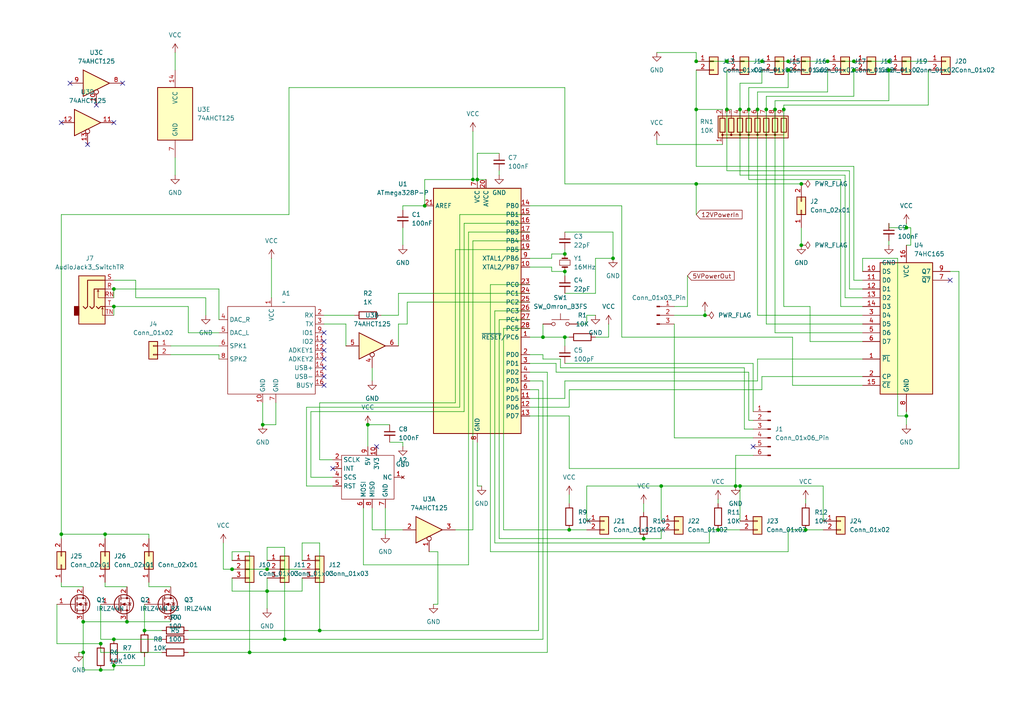
<source format=kicad_sch>
(kicad_sch (version 20231120) (generator "eeschema") (generator_version "8.0")
  (paper "A4")
  (lib_symbols
    (symbol "74xx:74AHCT125" (pin_names (offset 1.016))
      (property "Reference" "U" (at 0 1.27 0))
      (property "Value" "74AHCT125" (at 0 -1.27 0))
      (symbol "74AHCT125_1_0"
        (pin input inverted (at 0 -6.35 90) (length 4.445) (name "~") (number "1"))
        (pin input line (at -7.62 0 0) (length 3.81) (name "~") (number "2"))
        (pin tri_state line (at 7.62 0 180) (length 3.81) (name "~") (number "3"))
      )
      (symbol "74AHCT125_2_0"
        (pin input inverted (at 0 -6.35 90) (length 4.445) (name "~") (number "4"))
        (pin input line (at -7.62 0 0) (length 3.81) (name "~") (number "5"))
        (pin tri_state line (at 7.62 0 180) (length 3.81) (name "~") (number "6"))
      )
      (symbol "74AHCT125_3_0"
        (pin input inverted (at 0 -6.35 90) (length 4.445) (name "~") (number "10"))
        (pin tri_state line (at 7.62 0 180) (length 3.81) (name "~") (number "8"))
        (pin input line (at -7.62 0 0) (length 3.81) (name "~") (number "9"))
      )
      (symbol "74AHCT125_4_0"
        (pin tri_state line (at 7.62 0 180) (length 3.81) (name "~") (number "11"))
        (pin input line (at -7.62 0 0) (length 3.81) (name "~") (number "12"))
        (pin input inverted (at 0 -6.35 90) (length 4.445) (name "~") (number "13"))
      )
      (symbol "74AHCT125_5_0"
        (pin power_in line (at 0 12.7 270) (length 5.08) (name "VCC") (number "14"))
        (pin power_in line (at 0 -12.7 90) (length 5.08) (name "GND") (number "7"))
      )
    )
    (symbol "74xx:74HC165"
      (property "Reference" "U" (at -7.62 19.05 0))
      (property "Value" "74HC165" (at -7.62 -21.59 0))
      (symbol "74HC165_1_0"
        (pin input line (at -12.7 -10.16 0) (length 5.08) (name "~{PL}") (number "1"))
        (pin input line (at -12.7 15.24 0) (length 5.08) (name "DS") (number "10"))
        (pin input line (at -12.7 12.7 0) (length 5.08) (name "D0") (number "11"))
        (pin input line (at -12.7 10.16 0) (length 5.08) (name "D1") (number "12"))
        (pin input line (at -12.7 7.62 0) (length 5.08) (name "D2") (number "13"))
        (pin input line (at -12.7 5.08 0) (length 5.08) (name "D3") (number "14"))
        (pin input line (at -12.7 -17.78 0) (length 5.08) (name "~{CE}") (number "15"))
        (pin power_in line (at 0 22.86 270) (length 5.08) (name "VCC") (number "16"))
        (pin input line (at -12.7 -15.24 0) (length 5.08) (name "CP") (number "2"))
        (pin input line (at -12.7 2.54 0) (length 5.08) (name "D4") (number "3"))
        (pin input line (at -12.7 0 0) (length 5.08) (name "D5") (number "4"))
        (pin input line (at -12.7 -2.54 0) (length 5.08) (name "D6") (number "5"))
        (pin input line (at -12.7 -5.08 0) (length 5.08) (name "D7") (number "6"))
        (pin output line (at 12.7 12.7 180) (length 5.08) (name "~{Q7}") (number "7"))
        (pin power_in line (at 0 -25.4 90) (length 5.08) (name "GND") (number "8"))
        (pin output line (at 12.7 15.24 180) (length 5.08) (name "Q7") (number "9"))
      )
    )
    (symbol "Connector:Conn_01x03_Pin" (pin_names (offset 1.016) hide)
      (property "Reference" "J" (at 0 5.08 0))
      (property "Value" "Conn_01x03_Pin" (at 0 -5.08 0))
      (symbol "Conn_01x03_Pin_1_1"
        (pin passive line (at 5.08 2.54 180) (length 3.81) (name "Pin_1") (number "1"))
        (pin passive line (at 5.08 0 180) (length 3.81) (name "Pin_2") (number "2"))
        (pin passive line (at 5.08 -2.54 180) (length 3.81) (name "Pin_3") (number "3"))
      )
    )
    (symbol "Connector:Conn_01x06_Pin" (pin_names (offset 1.016) hide)
      (property "Reference" "J" (at 0 7.62 0))
      (property "Value" "Conn_01x06_Pin" (at 0 -10.16 0))
      (symbol "Conn_01x06_Pin_1_1"
        (pin passive line (at 5.08 5.08 180) (length 3.81) (name "Pin_1") (number "1"))
        (pin passive line (at 5.08 2.54 180) (length 3.81) (name "Pin_2") (number "2"))
        (pin passive line (at 5.08 0 180) (length 3.81) (name "Pin_3") (number "3"))
        (pin passive line (at 5.08 -2.54 180) (length 3.81) (name "Pin_4") (number "4"))
        (pin passive line (at 5.08 -5.08 180) (length 3.81) (name "Pin_5") (number "5"))
        (pin passive line (at 5.08 -7.62 180) (length 3.81) (name "Pin_6") (number "6"))
      )
    )
    (symbol "Connector_Audio:AudioJack3_SwitchTR"
      (property "Reference" "J" (at 0 8.89 0))
      (property "Value" "AudioJack3_SwitchTR" (at 0 6.35 0))
      (symbol "AudioJack3_SwitchTR_1_1"
        (pin passive line (at 5.08 0 180) (length 2.54) (name "~") (number "R"))
        (pin passive line (at 5.08 -2.54 180) (length 2.54) (name "~") (number "RN"))
        (pin passive line (at 5.08 2.54 180) (length 2.54) (name "~") (number "S"))
        (pin passive line (at 5.08 -5.08 180) (length 2.54) (name "~") (number "T"))
        (pin passive line (at 5.08 -7.62 180) (length 2.54) (name "~") (number "TN"))
      )
    )
    (symbol "Connector_Generic:Conn_01x02" (pin_names (offset 1.016) hide)
      (property "Reference" "J" (at 0 2.54 0))
      (property "Value" "Conn_01x02" (at 0 -5.08 0))
      (symbol "Conn_01x02_1_1"
        (pin passive line (at -5.08 0 0) (length 3.81) (name "Pin_1") (number "1"))
        (pin passive line (at -5.08 -2.54 0) (length 3.81) (name "Pin_2") (number "2"))
      )
    )
    (symbol "Connector_Generic:Conn_01x03" (pin_names (offset 1.016) hide)
      (property "Reference" "J" (at 0 5.08 0))
      (property "Value" "Conn_01x03" (at 0 -5.08 0))
      (symbol "Conn_01x03_1_1"
        (pin passive line (at -5.08 2.54 0) (length 3.81) (name "Pin_1") (number "1"))
        (pin passive line (at -5.08 0 0) (length 3.81) (name "Pin_2") (number "2"))
        (pin passive line (at -5.08 -2.54 0) (length 3.81) (name "Pin_3") (number "3"))
      )
    )
    (symbol "Connector_Generic:Conn_02x01" (pin_names (offset 1.016) hide)
      (property "Reference" "J" (at 1.27 2.54 0))
      (property "Value" "Conn_02x01" (at 1.27 -2.54 0))
      (symbol "Conn_02x01_1_1"
        (pin passive line (at -5.08 0 0) (length 3.81) (name "Pin_1") (number "1"))
        (pin passive line (at 7.62 0 180) (length 3.81) (name "Pin_2") (number "2"))
      )
    )
    (symbol "DFPlayer:DFPlayerMini"
      (property "Reference" "A" (at 0 0 0))
      (symbol "DFPlayerMini_1_1"
        (pin power_in line (at 0 15.24 270) (length 2.54) (name "VCC") (number "1"))
        (pin power_in line (at 2.54 -15.24 90) (length 2.54) (name "GND") (number "10"))
        (pin bidirectional line (at -15.24 2.54 0) (length 2.54) (name "IO2") (number "11"))
        (pin input line (at -15.24 0 0) (length 2.54) (name "ADKEY1") (number "12"))
        (pin input line (at -15.24 -2.54 0) (length 2.54) (name "ADKEY2") (number "13"))
        (pin bidirectional line (at -15.24 -5.08 0) (length 2.54) (name "USB+") (number "14"))
        (pin bidirectional line (at -15.24 -7.62 0) (length 2.54) (name "USB-") (number "15"))
        (pin output line (at -15.24 -10.16 0) (length 2.54) (name "BUSY") (number "16"))
        (pin input line (at -15.24 10.16 0) (length 2.54) (name "RX") (number "2"))
        (pin output line (at -15.24 7.62 0) (length 2.54) (name "TX") (number "3"))
        (pin output line (at 15.24 8.89 180) (length 2.54) (name "DAC_R") (number "4"))
        (pin output line (at 15.24 5.08 180) (length 2.54) (name "DAC_L") (number "5"))
        (pin output line (at 15.24 1.27 180) (length 2.54) (name "SPK1") (number "6"))
        (pin power_in line (at -1.27 -15.24 90) (length 2.54) (name "GND") (number "7"))
        (pin output line (at 15.24 -2.54 180) (length 2.54) (name "SPK2") (number "8"))
        (pin bidirectional line (at -15.24 5.08 0) (length 2.54) (name "IO1") (number "9"))
      )
    )
    (symbol "Device:C_Polarized" (pin_numbers hide) (pin_names (offset 0.254))
      (property "Reference" "C" (at 0.635 2.54 0))
      (property "Value" "C_Polarized" (at 0.635 -2.54 0))
      (symbol "C_Polarized_1_1"
        (pin passive line (at 0 3.81 270) (length 2.794) (name "~") (number "1"))
        (pin passive line (at 0 -3.81 90) (length 2.794) (name "~") (number "2"))
      )
    )
    (symbol "Device:C_Small" (pin_numbers hide) (pin_names (offset 0.254) hide)
      (property "Reference" "C" (at 0.254 1.778 0))
      (property "Value" "C_Small" (at 0.254 -2.032 0))
      (symbol "C_Small_1_1"
        (pin passive line (at 0 2.54 270) (length 2.032) (name "~") (number "1"))
        (pin passive line (at 0 -2.54 90) (length 2.032) (name "~") (number "2"))
      )
    )
    (symbol "Device:Crystal_Small" (pin_numbers hide) (pin_names (offset 1.016) hide)
      (property "Reference" "Y" (at 0 2.54 0))
      (property "Value" "Crystal_Small" (at 0 -2.54 0))
      (symbol "Crystal_Small_1_1"
        (pin passive line (at -2.54 0 0) (length 1.27) (name "1") (number "1"))
        (pin passive line (at 2.54 0 180) (length 1.27) (name "2") (number "2"))
      )
    )
    (symbol "Device:L_Ferrite" (pin_numbers hide) (pin_names (offset 1.016) hide)
      (property "Reference" "L" (at -1.27 0 90))
      (property "Value" "L_Ferrite" (at 2.794 0 90))
      (symbol "L_Ferrite_1_1"
        (pin passive line (at 0 3.81 270) (length 1.27) (name "1") (number "1"))
        (pin passive line (at 0 -3.81 90) (length 1.27) (name "2") (number "2"))
      )
    )
    (symbol "Device:R" (pin_numbers hide) (pin_names (offset 0))
      (property "Reference" "R" (at 2.032 0 90))
      (property "Value" "R" (at 0 0 90))
      (symbol "R_1_1"
        (pin passive line (at 0 3.81 270) (length 1.27) (name "~") (number "1"))
        (pin passive line (at 0 -3.81 90) (length 1.27) (name "~") (number "2"))
      )
    )
    (symbol "Device:R_Network08" (pin_names (offset 0) hide)
      (property "Reference" "RN" (at -12.7 0 90))
      (property "Value" "R_Network08" (at 10.16 0 90))
      (symbol "R_Network08_1_1"
        (pin passive line (at -10.16 5.08 270) (length 2.54) (name "common") (number "1"))
        (pin passive line (at -10.16 -5.08 90) (length 1.27) (name "R1") (number "2"))
        (pin passive line (at -7.62 -5.08 90) (length 1.27) (name "R2") (number "3"))
        (pin passive line (at -5.08 -5.08 90) (length 1.27) (name "R3") (number "4"))
        (pin passive line (at -2.54 -5.08 90) (length 1.27) (name "R4") (number "5"))
        (pin passive line (at 0 -5.08 90) (length 1.27) (name "R5") (number "6"))
        (pin passive line (at 2.54 -5.08 90) (length 1.27) (name "R6") (number "7"))
        (pin passive line (at 5.08 -5.08 90) (length 1.27) (name "R7") (number "8"))
        (pin passive line (at 7.62 -5.08 90) (length 1.27) (name "R8") (number "9"))
      )
    )
    (symbol "Diode:1N5822" (pin_numbers hide) (pin_names (offset 1.016) hide)
      (property "Reference" "D" (at 0 2.54 0))
      (property "Value" "1N5822" (at 0 -2.54 0))
      (symbol "1N5822_1_1"
        (pin passive line (at -3.81 0 0) (length 2.54) (name "K") (number "1"))
        (pin passive line (at 3.81 0 180) (length 2.54) (name "A") (number "2"))
      )
    )
    (symbol "MCU_Microchip_ATmega:ATmega328P-P"
      (property "Reference" "U" (at -12.7 36.83 0))
      (property "Value" "ATmega328P-P" (at 2.54 -36.83 0))
      (symbol "ATmega328P-P_1_1"
        (pin bidirectional line (at 15.24 -7.62 180) (length 2.54) (name "~{RESET}/PC6") (number "1"))
        (pin bidirectional line (at 15.24 12.7 180) (length 2.54) (name "XTAL2/PB7") (number "10"))
        (pin bidirectional line (at 15.24 -25.4 180) (length 2.54) (name "PD5") (number "11"))
        (pin bidirectional line (at 15.24 -27.94 180) (length 2.54) (name "PD6") (number "12"))
        (pin bidirectional line (at 15.24 -30.48 180) (length 2.54) (name "PD7") (number "13"))
        (pin bidirectional line (at 15.24 30.48 180) (length 2.54) (name "PB0") (number "14"))
        (pin bidirectional line (at 15.24 27.94 180) (length 2.54) (name "PB1") (number "15"))
        (pin bidirectional line (at 15.24 25.4 180) (length 2.54) (name "PB2") (number "16"))
        (pin bidirectional line (at 15.24 22.86 180) (length 2.54) (name "PB3") (number "17"))
        (pin bidirectional line (at 15.24 20.32 180) (length 2.54) (name "PB4") (number "18"))
        (pin bidirectional line (at 15.24 17.78 180) (length 2.54) (name "PB5") (number "19"))
        (pin bidirectional line (at 15.24 -12.7 180) (length 2.54) (name "PD0") (number "2"))
        (pin power_in line (at 2.54 38.1 270) (length 2.54) (name "AVCC") (number "20"))
        (pin passive line (at -15.24 30.48 0) (length 2.54) (name "AREF") (number "21"))
        (pin passive line (at 0 -38.1 90) (length 2.54) hide (name "GND") (number "22"))
        (pin bidirectional line (at 15.24 7.62 180) (length 2.54) (name "PC0") (number "23"))
        (pin bidirectional line (at 15.24 5.08 180) (length 2.54) (name "PC1") (number "24"))
        (pin bidirectional line (at 15.24 2.54 180) (length 2.54) (name "PC2") (number "25"))
        (pin bidirectional line (at 15.24 0 180) (length 2.54) (name "PC3") (number "26"))
        (pin bidirectional line (at 15.24 -2.54 180) (length 2.54) (name "PC4") (number "27"))
        (pin bidirectional line (at 15.24 -5.08 180) (length 2.54) (name "PC5") (number "28"))
        (pin bidirectional line (at 15.24 -15.24 180) (length 2.54) (name "PD1") (number "3"))
        (pin bidirectional line (at 15.24 -17.78 180) (length 2.54) (name "PD2") (number "4"))
        (pin bidirectional line (at 15.24 -20.32 180) (length 2.54) (name "PD3") (number "5"))
        (pin bidirectional line (at 15.24 -22.86 180) (length 2.54) (name "PD4") (number "6"))
        (pin power_in line (at 0 38.1 270) (length 2.54) (name "VCC") (number "7"))
        (pin power_in line (at 0 -38.1 90) (length 2.54) (name "GND") (number "8"))
        (pin bidirectional line (at 15.24 15.24 180) (length 2.54) (name "XTAL1/PB6") (number "9"))
      )
    )
    (symbol "Regulator_Switching:LM2596S-5"
      (property "Reference" "U" (at -10.16 6.35 0))
      (property "Value" "LM2596S-5" (at 0 6.35 0))
      (symbol "LM2596S-5_1_1"
        (pin power_in line (at -12.7 2.54 0) (length 2.54) (name "VIN") (number "1"))
        (pin output line (at 12.7 -2.54 180) (length 2.54) (name "OUT") (number "2"))
        (pin power_in line (at 0 -7.62 90) (length 2.54) (name "GND") (number "3"))
        (pin input line (at 12.7 2.54 180) (length 2.54) (name "FB") (number "4"))
        (pin input line (at -12.7 -2.54 0) (length 2.54) (name "~{ON}/OFF") (number "5"))
      )
    )
    (symbol "Switch:SW_Omron_B3FS" (pin_numbers hide) (pin_names (offset 1.016) hide)
      (property "Reference" "SW" (at 1.27 2.54 0))
      (property "Value" "SW_Omron_B3FS" (at 0 -1.524 0))
      (symbol "SW_Omron_B3FS_0_1"
        (pin passive line (at -5.08 0 0) (length 2.54) (name "1") (number "1"))
        (pin passive line (at 5.08 0 180) (length 2.54) (name "2") (number "2"))
      )
    )
    (symbol "Transistor_FET:IRLZ44N" (pin_names hide)
      (property "Reference" "Q" (at 5.08 1.905 0))
      (property "Value" "IRLZ44N" (at 5.08 0 0))
      (symbol "IRLZ44N_1_1"
        (pin input line (at -5.08 0 0) (length 2.54) (name "G") (number "1"))
        (pin passive line (at 2.54 5.08 270) (length 2.54) (name "D") (number "2"))
        (pin passive line (at 2.54 -5.08 90) (length 2.54) (name "S") (number "3"))
      )
    )
    (symbol "Wiznet:W5500Module"
      (property "Reference" "A" (at 0 0 0))
      (symbol "W5500Module_1_1"
        (pin no_connect line (at 10.16 0 180) (length 2.54) (name "NC") (number "1"))
        (pin power_in line (at 2.54 8.89 270) (length 2.54) (name "3V3") (number "10"))
        (pin input line (at -10.16 5.08 0) (length 2.54) (name "SCLK") (number "2"))
        (pin output line (at -10.16 2.54 0) (length 2.54) (name "INT") (number "3"))
        (pin input line (at -10.16 0 0) (length 2.54) (name "SCS") (number "4"))
        (pin input line (at -10.16 -2.54 0) (length 2.54) (name "RST") (number "5"))
        (pin input line (at -1.27 -8.89 90) (length 2.54) (name "MOSI") (number "6"))
        (pin power_in line (at 5.08 -8.89 90) (length 2.54) (name "GND") (number "7"))
        (pin output line (at 1.27 -8.89 90) (length 2.54) (name "MISO") (number "8"))
        (pin power_in line (at 0 8.89 270) (length 2.54) (name "5V") (number "9"))
      )
    )
    (symbol "power:GND" (power) (pin_numbers hide) (pin_names (offset 0) hide)
      (property "Value" "GND" (at 0 -3.81 0))
      (symbol "GND_1_1"
        (pin power_in line (at 0 0 270) (length 0) (name "~") (number "1"))
      )
    )
    (symbol "power:PWR_FLAG" (power) (pin_numbers hide) (pin_names (offset 0) hide)
      (property "Value" "PWR_FLAG" (at 0 3.81 0))
      (symbol "PWR_FLAG_0_0"
        (pin power_out line (at 0 0 90) (length 0) (name "~") (number "1"))
      )
    )
    (symbol "power:VCC" (power) (pin_numbers hide) (pin_names (offset 0) hide)
      (property "Value" "VCC" (at 0 3.556 0))
      (symbol "VCC_1_1"
        (pin power_in line (at 0 0 90) (length 0) (name "~") (number "1"))
      )
    )
  )
  (junction (at 24.13 180.34))
  (junction (at 80.01 242.57))
  (junction (at 30.48 154.94))
  (junction (at 163.83 78.74))
  (junction (at 137.16 52.07))
  (junction (at 213.36 140.97))
  (junction (at 217.17 31.75))
  (junction (at 33.02 193.04))
  (junction (at 177.8 74.93))
  (junction (at 262.89 120.65))
  (junction (at 33.02 83.82))
  (junction (at 33.02 88.9))
  (junction (at 67.31 165.1))
  (junction (at 232.41 71.12))
  (junction (at 247.65 17.78))
  (junction (at 29.21 186.69))
  (junction (at 210.82 17.78))
  (junction (at 186.69 156.21))
  (junction (at 41.91 182.88))
  (junction (at 191.77 140.97))
  (junction (at 247.65 20.32))
  (junction (at 233.68 153.67))
  (junction (at 77.47 171.45))
  (junction (at 77.47 165.1))
  (junction (at 222.25 31.75))
  (junction (at 232.41 53.34))
  (junction (at 92.71 182.88))
  (junction (at 146.05 247.65))
  (junction (at 201.93 31.75))
  (junction (at 208.28 153.67))
  (junction (at 201.93 17.78))
  (junction (at 82.55 185.42))
  (junction (at 24.13 189.23))
  (junction (at 33.02 185.42))
  (junction (at 228.6 20.32))
  (junction (at 72.39 189.23))
  (junction (at 219.71 31.75))
  (junction (at 227.33 31.75))
  (junction (at 157.48 97.79))
  (junction (at 214.63 31.75))
  (junction (at 180.34 247.65))
  (junction (at 163.83 73.66))
  (junction (at 36.83 180.34))
  (junction (at 29.21 194.31))
  (junction (at 262.89 66.04))
  (junction (at 228.6 17.78))
  (junction (at 240.03 17.78))
  (junction (at 106.68 123.19))
  (junction (at 220.98 17.78))
  (junction (at 214.63 140.97))
  (junction (at 201.93 53.34))
  (junction (at 123.19 59.69))
  (junction (at 17.78 154.94))
  (junction (at 165.1 153.67))
  (junction (at 257.81 20.32))
  (junction (at 210.82 31.75))
  (junction (at 163.83 97.79))
  (junction (at 224.79 31.75))
  (junction (at 257.81 17.78))
  (junction (at 76.2 123.19))
  (junction (at 204.47 91.44))
  (junction (at 138.43 52.07))
  (no_connect (at 93.98 96.52))
  (no_connect (at 93.98 104.14))
  (no_connect (at 17.78 35.56))
  (no_connect (at 109.22 129.54))
  (no_connect (at 20.32 24.13))
  (no_connect (at 93.98 106.68))
  (no_connect (at 93.98 99.06))
  (no_connect (at 93.98 101.6))
  (no_connect (at 25.4 41.91))
  (no_connect (at 93.98 109.22))
  (no_connect (at 93.98 111.76))
  (no_connect (at 33.02 35.56))
  (no_connect (at 35.56 24.13))
  (no_connect (at 218.44 129.54))
  (no_connect (at 275.59 81.28))
  (no_connect (at 96.52 135.89))
  (no_connect (at 27.94 30.48))
  (wire (pts (xy 135.89 67.31) (xy 135.89 163.83)))
  (wire (pts (xy 153.67 74.93) (xy 160.02 74.93)))
  (wire (pts (xy 163.83 67.31) (xy 177.8 67.31)))
  (wire (pts (xy 133.35 118.11) (xy 88.9 118.11)))
  (wire (pts (xy 142.24 160.02) (xy 142.24 82.55)))
  (wire (pts (xy 163.83 105.41) (xy 218.44 105.41)))
  (wire (pts (xy 29.21 194.31) (xy 24.13 194.31)))
  (wire (pts (xy 201.93 20.32) (xy 201.93 31.75)))
  (wire (pts (xy 88.9 118.11) (xy 88.9 140.97)))
  (wire (pts (xy 214.63 24.13) (xy 214.63 31.75)))
  (wire (pts (xy 90.17 119.38) (xy 90.17 138.43)))
  (wire (pts (xy 250.19 104.14) (xy 219.71 104.14)))
  (wire (pts (xy 77.47 165.1) (xy 87.63 165.1)))
  (wire (pts (xy 142.24 82.55) (xy 153.67 82.55)))
  (wire (pts (xy 24.13 189.23) (xy 22.86 189.23)))
  (wire (pts (xy 269.24 30.48) (xy 269.24 20.32)))
  (wire (pts (xy 205.74 153.67) (xy 205.74 157.48)))
  (wire (pts (xy 219.71 31.75) (xy 219.71 91.44)))
  (wire (pts (xy 153.67 97.79) (xy 157.48 97.79)))
  (wire (pts (xy 180.34 97.79) (xy 180.34 59.69)))
  (wire (pts (xy 214.63 151.13) (xy 214.63 140.97)))
  (wire (pts (xy 54.61 96.52) (xy 63.5 96.52)))
  (wire (pts (xy 217.17 121.92) (xy 218.44 121.92)))
  (wire (pts (xy 201.93 53.34) (xy 232.41 53.34)))
  (wire (pts (xy 77.47 158.75) (xy 82.55 158.75)))
  (wire (pts (xy 106.68 123.19) (xy 106.68 129.54)))
  (wire (pts (xy 41.91 182.88) (xy 41.91 175.26)))
  (wire (pts (xy 262.89 119.38) (xy 262.89 120.65)))
  (wire (pts (xy 41.91 182.88) (xy 46.99 182.88)))
  (wire (pts (xy 116.84 59.69) (xy 116.84 60.96)))
  (wire (pts (xy 228.6 160.02) (xy 142.24 160.02)))
  (wire (pts (xy 74.93 242.57) (xy 80.01 242.57)))
  (wire (pts (xy 259.08 20.32) (xy 257.81 20.32)))
  (wire (pts (xy 238.76 151.13) (xy 238.76 140.97)))
  (wire (pts (xy 123.19 52.07) (xy 123.19 59.69)))
  (wire (pts (xy 87.63 167.64) (xy 87.63 171.45)))
  (wire (pts (xy 250.19 74.93) (xy 260.35 74.93)))
  (wire (pts (xy 43.18 168.91) (xy 43.18 170.18)))
  (wire (pts (xy 83.82 62.23) (xy 17.78 62.23)))
  (wire (pts (xy 228.6 153.67) (xy 228.6 160.02)))
  (wire (pts (xy 118.11 87.63) (xy 153.67 87.63)))
  (wire (pts (xy 208.28 144.78) (xy 208.28 146.05)))
  (wire (pts (xy 77.47 162.56) (xy 77.47 158.75)))
  (wire (pts (xy 43.18 154.94) (xy 43.18 156.21)))
  (wire (pts (xy 110.49 91.44) (xy 115.57 91.44)))
  (wire (pts (xy 220.98 17.78) (xy 228.6 17.78)))
  (wire (pts (xy 170.18 91.44) (xy 172.72 91.44)))
  (wire (pts (xy 134.62 64.77) (xy 134.62 119.38)))
  (wire (pts (xy 93.98 91.44) (xy 102.87 91.44)))
  (wire (pts (xy 214.63 153.67) (xy 208.28 153.67)))
  (wire (pts (xy 227.33 30.48) (xy 269.24 30.48)))
  (wire (pts (xy 36.83 180.34) (xy 49.53 180.34)))
  (wire (pts (xy 132.08 116.84) (xy 92.71 116.84)))
  (wire (pts (xy 156.21 113.03) (xy 156.21 182.88)))
  (wire (pts (xy 116.84 128.27) (xy 116.84 129.54)))
  (wire (pts (xy 222.25 93.98) (xy 250.19 93.98)))
  (wire (pts (xy 262.89 120.65) (xy 262.89 123.19)))
  (wire (pts (xy 172.72 85.09) (xy 172.72 74.93)))
  (wire (pts (xy 82.55 158.75) (xy 82.55 185.42)))
  (wire (pts (xy 224.79 31.75) (xy 224.79 96.52)))
  (wire (pts (xy 165.1 153.67) (xy 146.05 153.67)))
  (wire (pts (xy 133.35 62.23) (xy 133.35 118.11)))
  (wire (pts (xy 54.61 88.9) (xy 54.61 96.52)))
  (wire (pts (xy 215.9 106.68) (xy 162.56 106.68)))
  (wire (pts (xy 165.1 120.65) (xy 153.67 120.65)))
  (wire (pts (xy 245.11 86.36) (xy 250.19 86.36)))
  (wire (pts (xy 92.71 157.48) (xy 92.71 182.88)))
  (wire (pts (xy 246.38 49.53) (xy 246.38 83.82)))
  (wire (pts (xy 167.64 93.98) (xy 170.18 93.98)))
  (wire (pts (xy 218.44 132.08) (xy 213.36 132.08)))
  (wire (pts (xy 160.02 74.93) (xy 160.02 73.66)))
  (wire (pts (xy 264.16 71.12) (xy 262.89 71.12)))
  (wire (pts (xy 180.34 255.27) (xy 180.34 265.43)))
  (wire (pts (xy 220.98 109.22) (xy 220.98 113.03)))
  (wire (pts (xy 213.36 132.08) (xy 213.36 140.97)))
  (wire (pts (xy 201.93 53.34) (xy 201.93 62.23)))
  (wire (pts (xy 144.78 49.53) (xy 144.78 50.8)))
  (wire (pts (xy 33.02 88.9) (xy 33.02 91.44)))
  (wire (pts (xy 107.95 106.68) (xy 107.95 110.49)))
  (wire (pts (xy 240.03 20.32) (xy 240.03 26.67)))
  (wire (pts (xy 163.83 110.49) (xy 163.83 115.57)))
  (wire (pts (xy 33.02 88.9) (xy 54.61 88.9)))
  (wire (pts (xy 100.33 93.98) (xy 100.33 100.33)))
  (wire (pts (xy 87.63 162.56) (xy 87.63 157.48)))
  (wire (pts (xy 82.55 185.42) (xy 157.48 185.42)))
  (wire (pts (xy 29.21 186.69) (xy 16.51 186.69)))
  (wire (pts (xy 247.65 17.78) (xy 257.81 17.78)))
  (wire (pts (xy 245.11 50.8) (xy 245.11 86.36)))
  (wire (pts (xy 233.68 144.78) (xy 233.68 146.05)))
  (wire (pts (xy 67.31 160.02) (xy 72.39 160.02)))
  (wire (pts (xy 243.84 52.07) (xy 243.84 88.9)))
  (wire (pts (xy 201.93 48.26) (xy 247.65 48.26)))
  (wire (pts (xy 24.13 180.34) (xy 24.13 189.23)))
  (wire (pts (xy 219.71 104.14) (xy 219.71 110.49)))
  (wire (pts (xy 170.18 93.98) (xy 170.18 91.44)))
  (wire (pts (xy 87.63 157.48) (xy 92.71 157.48)))
  (wire (pts (xy 144.78 156.21) (xy 144.78 92.71)))
  (wire (pts (xy 67.31 167.64) (xy 67.31 171.45)))
  (wire (pts (xy 163.83 97.79) (xy 165.1 97.79)))
  (wire (pts (xy 106.68 123.19) (xy 113.03 123.19)))
  (wire (pts (xy 229.87 111.76) (xy 229.87 97.79)))
  (wire (pts (xy 93.98 93.98) (xy 100.33 93.98)))
  (wire (pts (xy 201.93 31.75) (xy 201.93 48.26)))
  (wire (pts (xy 127 160.02) (xy 127 175.26)))
  (wire (pts (xy 199.39 80.01) (xy 199.39 88.9)))
  (wire (pts (xy 138.43 140.97) (xy 139.7 140.97)))
  (wire (pts (xy 213.36 140.97) (xy 214.63 140.97)))
  (wire (pts (xy 158.75 107.95) (xy 158.75 189.23)))
  (wire (pts (xy 165.1 143.51) (xy 165.1 146.05)))
  (wire (pts (xy 157.48 93.98) (xy 157.48 97.79)))
  (wire (pts (xy 163.83 78.74) (xy 163.83 80.01)))
  (wire (pts (xy 144.78 92.71) (xy 153.67 92.71)))
  (wire (pts (xy 80.01 242.57) (xy 80.01 254)))
  (wire (pts (xy 146.05 153.67) (xy 146.05 95.25)))
  (wire (pts (xy 123.19 52.07) (xy 137.16 52.07)))
  (wire (pts (xy 123.19 59.69) (xy 116.84 59.69)))
  (wire (pts (xy 105.41 147.32) (xy 105.41 163.83)))
  (wire (pts (xy 214.63 50.8) (xy 245.11 50.8)))
  (wire (pts (xy 240.03 26.67) (xy 219.71 26.67)))
  (wire (pts (xy 215.9 124.46) (xy 215.9 106.68)))
  (wire (pts (xy 17.78 170.18) (xy 24.13 170.18)))
  (wire (pts (xy 127 175.26) (xy 125.73 175.26)))
  (wire (pts (xy 227.33 31.75) (xy 227.33 30.48)))
  (wire (pts (xy 165.1 135.89) (xy 278.13 135.89)))
  (wire (pts (xy 157.48 185.42) (xy 157.48 110.49)))
  (wire (pts (xy 165.1 135.89) (xy 165.1 120.65)))
  (wire (pts (xy 125.73 252.73) (xy 125.73 260.35)))
  (wire (pts (xy 33.02 185.42) (xy 46.99 185.42)))
  (wire (pts (xy 143.51 90.17) (xy 153.67 90.17)))
  (wire (pts (xy 137.16 52.07) (xy 138.43 52.07)))
  (wire (pts (xy 201.93 15.24) (xy 201.93 17.78)))
  (wire (pts (xy 190.5 41.91) (xy 190.5 40.64)))
  (wire (pts (xy 163.83 72.39) (xy 163.83 73.66)))
  (wire (pts (xy 33.02 83.82) (xy 33.02 86.36)))
  (wire (pts (xy 80.01 123.19) (xy 80.01 116.84)))
  (wire (pts (xy 170.18 140.97) (xy 191.77 140.97)))
  (wire (pts (xy 218.44 127) (xy 195.58 127)))
  (wire (pts (xy 233.68 153.67) (xy 228.6 153.67)))
  (wire (pts (xy 29.21 189.23) (xy 29.21 186.69)))
  (wire (pts (xy 29.21 194.31) (xy 33.02 194.31)))
  (wire (pts (xy 59.69 91.44) (xy 59.69 86.36)))
  (wire (pts (xy 227.33 88.9) (xy 234.95 88.9)))
  (wire (pts (xy 138.43 52.07) (xy 140.97 52.07)))
  (wire (pts (xy 275.59 78.74) (xy 278.13 78.74)))
  (wire (pts (xy 210.82 17.78) (xy 220.98 17.78)))
  (wire (pts (xy 146.05 247.65) (xy 146.05 254)))
  (wire (pts (xy 195.58 91.44) (xy 204.47 91.44)))
  (wire (pts (xy 214.63 140.97) (xy 238.76 140.97)))
  (wire (pts (xy 17.78 62.23) (xy 17.78 154.94)))
  (wire (pts (xy 250.19 78.74) (xy 250.19 74.93)))
  (wire (pts (xy 247.65 27.94) (xy 222.25 27.94)))
  (wire (pts (xy 227.33 31.75) (xy 227.33 88.9)))
  (wire (pts (xy 138.43 242.57) (xy 180.34 242.57)))
  (wire (pts (xy 247.65 48.26) (xy 247.65 81.28)))
  (wire (pts (xy 83.82 25.4) (xy 83.82 62.23)))
  (wire (pts (xy 64.77 157.48) (xy 64.77 165.1)))
  (wire (pts (xy 63.5 102.87) (xy 63.5 104.14)))
  (wire (pts (xy 163.83 97.79) (xy 163.83 100.33)))
  (wire (pts (xy 72.39 160.02) (xy 72.39 189.23)))
  (wire (pts (xy 33.02 194.31) (xy 33.02 193.04)))
  (wire (pts (xy 257.81 20.32) (xy 257.81 29.21)))
  (wire (pts (xy 180.34 247.65) (xy 195.58 247.65)))
  (wire (pts (xy 30.48 154.94) (xy 30.48 156.21)))
  (wire (pts (xy 214.63 31.75) (xy 214.63 50.8)))
  (wire (pts (xy 191.77 153.67) (xy 191.77 156.21)))
  (wire (pts (xy 134.62 119.38) (xy 90.17 119.38)))
  (wire (pts (xy 177.8 74.93) (xy 177.8 67.31)))
  (wire (pts (xy 76.2 116.84) (xy 76.2 123.19)))
  (wire (pts (xy 191.77 140.97) (xy 191.77 151.13)))
  (wire (pts (xy 115.57 93.98) (xy 118.11 93.98)))
  (wire (pts (xy 201.93 17.78) (xy 210.82 17.78)))
  (wire (pts (xy 162.56 104.14) (xy 157.48 104.14)))
  (wire (pts (xy 231.14 20.32) (xy 228.6 20.32)))
  (wire (pts (xy 39.37 81.28) (xy 33.02 81.28)))
  (wire (pts (xy 186.69 156.21) (xy 144.78 156.21)))
  (wire (pts (xy 76.2 123.19) (xy 80.01 123.19)))
  (wire (pts (xy 146.05 95.25) (xy 153.67 95.25)))
  (wire (pts (xy 41.91 193.04) (xy 41.91 190.5)))
  (wire (pts (xy 144.78 44.45) (xy 138.43 44.45)))
  (wire (pts (xy 17.78 154.94) (xy 30.48 154.94)))
  (wire (pts (xy 172.72 74.93) (xy 177.8 74.93)))
  (wire (pts (xy 138.43 44.45) (xy 138.43 52.07)))
  (wire (pts (xy 264.16 66.04) (xy 264.16 71.12)))
  (wire (pts (xy 138.43 247.65) (xy 146.05 247.65)))
  (wire (pts (xy 153.67 107.95) (xy 158.75 107.95)))
  (wire (pts (xy 210.82 49.53) (xy 246.38 49.53)))
  (wire (pts (xy 54.61 189.23) (xy 72.39 189.23)))
  (wire (pts (xy 43.18 170.18) (xy 49.53 170.18)))
  (wire (pts (xy 153.67 102.87) (xy 157.48 102.87)))
  (wire (pts (xy 54.61 185.42) (xy 82.55 185.42)))
  (wire (pts (xy 33.02 193.04) (xy 41.91 193.04)))
  (wire (pts (xy 163.83 53.34) (xy 163.83 25.4)))
  (wire (pts (xy 113.03 247.65) (xy 113.03 261.62)))
  (wire (pts (xy 210.82 31.75) (xy 212.09 31.75)))
  (wire (pts (xy 137.16 38.1) (xy 137.16 52.07)))
  (wire (pts (xy 222.25 31.75) (xy 222.25 93.98)))
  (wire (pts (xy 262.89 66.04) (xy 257.81 66.04)))
  (wire (pts (xy 160.02 73.66) (xy 163.83 73.66)))
  (wire (pts (xy 24.13 180.34) (xy 36.83 180.34)))
  (wire (pts (xy 153.67 85.09) (xy 115.57 85.09)))
  (wire (pts (xy 153.67 72.39) (xy 132.08 72.39)))
  (wire (pts (xy 161.29 105.41) (xy 161.29 107.95)))
  (wire (pts (xy 107.95 153.67) (xy 116.84 153.67)))
  (wire (pts (xy 105.41 163.83) (xy 135.89 163.83)))
  (wire (pts (xy 199.39 88.9) (xy 195.58 88.9)))
  (wire (pts (xy 146.05 247.65) (xy 153.67 247.65)))
  (wire (pts (xy 24.13 194.31) (xy 24.13 189.23)))
  (wire (pts (xy 77.47 167.64) (xy 77.47 171.45)))
  (wire (pts (xy 67.31 162.56) (xy 67.31 160.02)))
  (wire (pts (xy 278.13 78.74) (xy 278.13 135.89)))
  (wire (pts (xy 137.16 69.85) (xy 137.16 153.67)))
  (wire (pts (xy 176.53 93.98) (xy 176.53 97.79)))
  (wire (pts (xy 39.37 86.36) (xy 39.37 81.28)))
  (wire (pts (xy 132.08 72.39) (xy 132.08 116.84)))
  (wire (pts (xy 170.18 151.13) (xy 170.18 140.97)))
  (wire (pts (xy 228.6 25.4) (xy 217.17 25.4)))
  (wire (pts (xy 153.67 105.41) (xy 161.29 105.41)))
  (wire (pts (xy 92.71 133.35) (xy 96.52 133.35)))
  (wire (pts (xy 54.61 182.88) (xy 92.71 182.88)))
  (wire (pts (xy 224.79 29.21) (xy 257.81 29.21)))
  (wire (pts (xy 17.78 156.21) (xy 17.78 154.94)))
  (wire (pts (xy 191.77 140.97) (xy 213.36 140.97)))
  (wire (pts (xy 229.87 97.79) (xy 180.34 97.79)))
  (wire (pts (xy 153.67 62.23) (xy 133.35 62.23)))
  (wire (pts (xy 257.81 69.85) (xy 257.81 71.12)))
  (wire (pts (xy 115.57 100.33) (xy 115.57 93.98)))
  (wire (pts (xy 217.17 25.4) (xy 217.17 31.75)))
  (wire (pts (xy 30.48 154.94) (xy 43.18 154.94)))
  (wire (pts (xy 204.47 91.44) (xy 204.47 90.17)))
  (wire (pts (xy 153.67 69.85) (xy 137.16 69.85)))
  (wire (pts (xy 161.29 247.65) (xy 180.34 247.65)))
  (wire (pts (xy 157.48 110.49) (xy 153.67 110.49)))
  (wire (pts (xy 170.18 153.67) (xy 165.1 153.67)))
  (wire (pts (xy 107.95 153.67) (xy 107.95 147.32)))
  (wire (pts (xy 29.21 189.23) (xy 46.99 189.23)))
  (wire (pts (xy 234.95 88.9) (xy 234.95 99.06)))
  (wire (pts (xy 165.1 113.03) (xy 165.1 118.11)))
  (wire (pts (xy 180.34 242.57) (xy 180.34 247.65)))
  (wire (pts (xy 210.82 31.75) (xy 210.82 49.53)))
  (wire (pts (xy 17.78 168.91) (xy 17.78 170.18)))
  (wire (pts (xy 158.75 189.23) (xy 72.39 189.23)))
  (wire (pts (xy 146.05 261.62) (xy 146.05 267.97)))
  (wire (pts (xy 80.01 242.57) (xy 113.03 242.57)))
  (wire (pts (xy 39.37 86.36) (xy 59.69 86.36)))
  (wire (pts (xy 218.44 105.41) (xy 218.44 119.38)))
  (wire (pts (xy 77.47 171.45) (xy 87.63 171.45)))
  (wire (pts (xy 217.17 107.95) (xy 217.17 121.92)))
  (wire (pts (xy 124.46 160.02) (xy 127 160.02)))
  (wire (pts (xy 113.03 128.27) (xy 116.84 128.27)))
  (wire (pts (xy 250.19 109.22) (xy 220.98 109.22)))
  (wire (pts (xy 67.31 165.1) (xy 77.47 165.1)))
  (wire (pts (xy 30.48 168.91) (xy 30.48 170.18)))
  (wire (pts (xy 228.6 20.32) (xy 228.6 25.4)))
  (wire (pts (xy 238.76 153.67) (xy 233.68 153.67)))
  (wire (pts (xy 222.25 27.94) (xy 222.25 31.75)))
  (wire (pts (xy 16.51 186.69) (xy 16.51 175.26)))
  (wire (pts (xy 195.58 127) (xy 195.58 93.98)))
  (wire (pts (xy 209.55 41.91) (xy 190.5 41.91)))
  (wire (pts (xy 232.41 66.04) (xy 232.41 71.12)))
  (wire (pts (xy 220.98 24.13) (xy 214.63 24.13)))
  (wire (pts (xy 229.87 111.76) (xy 250.19 111.76)))
  (wire (pts (xy 257.81 17.78) (xy 269.24 17.78)))
  (wire (pts (xy 186.69 146.05) (xy 186.69 148.59)))
  (wire (pts (xy 30.48 170.18) (xy 36.83 170.18)))
  (wire (pts (xy 219.71 110.49) (xy 163.83 110.49)))
  (wire (pts (xy 77.47 171.45) (xy 77.47 176.53)))
  (wire (pts (xy 132.08 153.67) (xy 137.16 153.67)))
  (wire (pts (xy 163.83 25.4) (xy 83.82 25.4)))
  (wire (pts (xy 111.76 147.32) (xy 111.76 154.94)))
  (wire (pts (xy 49.53 100.33) (xy 63.5 100.33)))
  (wire (pts (xy 260.35 120.65) (xy 262.89 120.65)))
  (wire (pts (xy 217.17 31.75) (xy 217.17 52.07)))
  (wire (pts (xy 247.65 81.28) (xy 250.19 81.28)))
  (wire (pts (xy 161.29 107.95) (xy 217.17 107.95)))
  (wire (pts (xy 50.8 15.24) (xy 50.8 20.32)))
  (wire (pts (xy 163.83 85.09) (xy 172.72 85.09)))
  (wire (pts (xy 205.74 157.48) (xy 143.51 157.48)))
  (wire (pts (xy 50.8 45.72) (xy 50.8 50.8)))
  (wire (pts (xy 218.44 124.46) (xy 215.9 124.46)))
  (wire (pts (xy 220.98 113.03) (xy 165.1 113.03)))
  (wire (pts (xy 163.83 78.74) (xy 160.02 78.74)))
  (wire (pts (xy 224.79 31.75) (xy 224.79 29.21)))
  (wire (pts (xy 92.71 116.84) (xy 92.71 133.35)))
  (wire (pts (xy 29.21 185.42) (xy 33.02 185.42)))
  (wire (pts (xy 88.9 140.97) (xy 96.52 140.97)))
  (wire (pts (xy 118.11 93.98) (xy 118.11 87.63)))
  (wire (pts (xy 49.53 102.87) (xy 63.5 102.87)))
  (wire (pts (xy 160.02 78.74) (xy 160.02 77.47)))
  (wire (pts (xy 176.53 97.79) (xy 172.72 97.79)))
  (wire (pts (xy 260.35 74.93) (xy 260.35 120.65)))
  (wire (pts (xy 228.6 17.78) (xy 240.03 17.78)))
  (wire (pts (xy 153.67 64.77) (xy 134.62 64.77)))
  (wire (pts (xy 210.82 20.32) (xy 210.82 31.75)))
  (wire (pts (xy 157.48 104.14) (xy 157.48 102.87)))
  (wire (pts (xy 157.48 97.79) (xy 163.83 97.79)))
  (wire (pts (xy 162.56 106.68) (xy 162.56 104.14)))
  (wire (pts (xy 29.21 175.26) (xy 29.21 185.42)))
  (wire (pts (xy 243.84 88.9) (xy 250.19 88.9)))
  (wire (pts (xy 208.28 153.67) (xy 205.74 153.67)))
  (wire (pts (xy 219.71 26.67) (xy 219.71 31.75)))
  (wire (pts (xy 153.67 67.31) (xy 135.89 67.31)))
  (wire (pts (xy 220.98 20.32) (xy 220.98 24.13)))
  (wire (pts (xy 257.81 66.04) (xy 257.81 64.77)))
  (wire (pts (xy 217.17 52.07) (xy 243.84 52.07)))
  (wire (pts (xy 78.74 74.93) (xy 78.74 86.36)))
  (wire (pts (xy 246.38 83.82) (xy 250.19 83.82)))
  (wire (pts (xy 191.77 156.21) (xy 186.69 156.21)))
  (wire (pts (xy 247.65 20.32) (xy 247.65 27.94)))
  (wire (pts (xy 240.03 17.78) (xy 247.65 17.78)))
  (wire (pts (xy 115.57 85.09) (xy 115.57 91.44)))
  (wire (pts (xy 163.83 115.57) (xy 153.67 115.57)))
  (wire (pts (xy 64.77 165.1) (xy 67.31 165.1)))
  (wire (pts (xy 116.84 66.04) (xy 116.84 71.12)))
  (wire (pts (xy 165.1 118.11) (xy 153.67 118.11)))
  (wire (pts (xy 67.31 171.45) (xy 77.47 171.45)))
  (wire (pts (xy 80.01 274.32) (xy 80.01 261.62)))
  (wire (pts (xy 90.17 138.43) (xy 96.52 138.43)))
  (wire (pts (xy 143.51 157.48) (xy 143.51 90.17)))
  (wire (pts (xy 219.71 91.44) (xy 250.19 91.44)))
  (wire (pts (xy 224.79 96.52) (xy 250.19 96.52)))
  (wire (pts (xy 248.92 20.32) (xy 247.65 20.32)))
  (wire (pts (xy 264.16 66.04) (xy 262.89 66.04)))
  (wire (pts (xy 262.89 66.04) (xy 262.89 64.77)))
  (wire (pts (xy 201.93 31.75) (xy 209.55 31.75)))
  (wire (pts (xy 163.83 53.34) (xy 201.93 53.34)))
  (wire (pts (xy 138.43 128.27) (xy 138.43 140.97)))
  (wire (pts (xy 153.67 77.47) (xy 160.02 77.47)))
  (wire (pts (xy 234.95 99.06) (xy 250.19 99.06)))
  (wire (pts (xy 63.5 83.82) (xy 63.5 92.71)))
  (wire (pts (xy 180.34 59.69) (xy 153.67 59.69)))
  (wire (pts (xy 153.67 113.03) (xy 156.21 113.03)))
  (wire (pts (xy 156.21 182.88) (xy 92.71 182.88)))
  (wire (pts (xy 33.02 83.82) (xy 63.5 83.82)))
  (wire (pts (xy 190.5 15.24) (xy 201.93 15.24)))
  (global_label "5VPowerOut" (shape input) (at 195.58 247.65 0) (property "Intersheetrefs" "${INTERSHEET_REFS}" (effects (hide yes))))
  (global_label "5VPowerOut" (shape input) (at 199.39 80.01 0) (property "Intersheetrefs" "${INTERSHEET_REFS}" (effects (hide yes))))
  (global_label "12VPowerIn" (shape input) (at 74.93 242.57 180) (property "Intersheetrefs" "${INTERSHEET_REFS}" (effects (hide yes))))
  (global_label "12VPowerIn" (shape input) (at 201.93 62.23 0) (property "Intersheetrefs" "${INTERSHEET_REFS}" (effects (hide yes))))
  (symbol (lib_id "Device:R") (at 33.02 189.23 0) (unit 1)
    (property "Reference" "R7" (at 35.56 187.9599 0) (effects (justify left)))
    (property "Value" "10K" (at 35.56 190.4999 0) (effects (justify left)))
    (property "Footprint" "Resistor_SMD:R_0805_2012Metric_Pad1.20x1.40mm_HandSolder" (effects (hide yes)))
    (property "Description" "Resistor" (effects (hide yes)))
  )
  (symbol (lib_id "Device:C_Small") (at 257.81 67.31 0) (unit 1)
    (property "Reference" "C9" (at 260.35 66.0462 0) (effects (justify left)))
    (property "Value" "100nF" (at 260.35 68.5862 0) (effects (justify left)))
    (property "Footprint" "Capacitor_SMD:C_0805_2012Metric_Pad1.18x1.45mm_HandSolder" (effects (hide yes)))
    (property "Description" "Unpolarized capacitor, small symbol" (effects (hide yes)))
  )
  (symbol (lib_id "power:GND") (at 76.2 123.19 0) (unit 1)
    (property "Reference" "#PWR011" (effects (hide yes)))
    (property "Value" "GND" (at 76.2 128.27 0))
    (property "Description" "Power symbol creates a global label with name \"GND\" , ground" (effects (hide yes)))
  )
  (symbol (lib_id "power:VCC") (at 190.5 40.64 0) (unit 1)
    (property "Reference" "#PWR028" (effects (hide yes)))
    (property "Value" "VCC" (at 190.5 35.56 0))
    (property "Description" "Power symbol creates a global label with name \"VCC\"" (effects (hide yes)))
  )
  (symbol (lib_id "Connector_Generic:Conn_02x01") (at 17.78 163.83 90) (unit 1)
    (property "Reference" "J25" (at 20.32 161.2899 90) (effects (justify right)))
    (property "Value" "Conn_02x01" (at 20.32 163.8299 90) (effects (justify right)))
    (property "Footprint" "Connector_Molex:Molex_Mini-Fit_Jr_5569-02A2_2x01_P4.20mm_Horizontal_Hanging" (effects (hide yes)))
    (property "Description" "Generic connector, double row, 02x01, this symbol is compatible with counter-clockwise, top-bottom and odd-even numbering schemes., script generated (kicad-library-utils/schlib/autogen/connector/)" (effects (hide yes)))
  )
  (symbol (lib_id "power:VCC") (at 204.47 90.17 0) (unit 1)
    (property "Reference" "#PWR07" (effects (hide yes)))
    (property "Value" "VCC" (effects (hide yes)))
    (property "Description" "Power symbol creates a global label with name \"VCC\"" (effects (hide yes)))
  )
  (symbol (lib_id "power:GND") (at 262.89 123.19 0) (unit 1)
    (property "Reference" "#PWR025" (effects (hide yes)))
    (property "Value" "GND" (at 262.89 128.27 0))
    (property "Description" "Power symbol creates a global label with name \"GND\" , ground" (effects (hide yes)))
  )
  (symbol (lib_id "Connector_Generic:Conn_01x02") (at 44.45 100.33 0) (mirror y) (unit 1)
    (property "Reference" "J4" (at 44.45 93.98 0))
    (property "Value" "Conn_01x02" (at 44.45 96.52 0))
    (property "Footprint" "Connector_JST:JST_EH_B2B-EH-A_1x02_P2.50mm_Vertical" (effects (hide yes)))
    (property "Description" "Generic connector, single row, 01x02, script generated (kicad-library-utils/schlib/autogen/connector/)" (effects (hide yes)))
  )
  (symbol (lib_id "Connector_Audio:AudioJack3_SwitchTR") (at 27.94 83.82 0) (unit 1)
    (property "Reference" "J7" (at 26.035 74.93 0))
    (property "Value" "AudioJack3_SwitchTR" (at 26.035 77.47 0))
    (property "Footprint" "Connector_Audio:Jack_3.5mm_CUI_SJ1-3525N_Horizontal" (effects (hide yes)))
    (property "Description" "Audio Jack, 3 Poles (Stereo / TRS), Switched TR Poles (Normalling)" (effects (hide yes)))
  )
  (symbol (lib_id "Device:C_Small") (at 163.83 69.85 0) (unit 1)
    (property "Reference" "C3" (at 166.37 68.5862 0) (effects (justify left)))
    (property "Value" "22pF" (at 166.37 71.1262 0) (effects (justify left)))
    (property "Footprint" "Capacitor_SMD:C_1210_3225Metric" (effects (hide yes)))
    (property "Description" "Unpolarized capacitor, small symbol" (effects (hide yes)))
  )
  (symbol (lib_id "Connector_Generic:Conn_02x01") (at 43.18 163.83 90) (unit 1)
    (property "Reference" "J27" (effects (hide yes)))
    (property "Value" "Conn_02x01" (at 45.72 163.8299 90) (effects (justify right)))
    (property "Footprint" "Connector_Molex:Molex_Mini-Fit_Jr_5569-02A2_2x01_P4.20mm_Horizontal_Hanging" (effects (hide yes)))
    (property "Description" "Generic connector, double row, 02x01, this symbol is compatible with counter-clockwise, top-bottom and odd-even numbering schemes., script generated (kicad-library-utils/schlib/autogen/connector/)" (effects (hide yes)))
  )
  (symbol (lib_id "74xx:74AHCT125") (at 25.4 35.56 0) (unit 4)
    (property "Reference" "U3" (at 25.4 26.67 0))
    (property "Value" "74AHCT125" (at 25.4 29.21 0))
    (property "Footprint" "Package_SO:SOIC-14_3.9x8.7mm_P1.27mm" (effects (hide yes)))
    (property "Datasheet" "https://www.ti.com/lit/ds/symlink/sn74ahct125.pdf" (effects (hide yes)))
    (property "Description" "Quadruple Bus Buffer Gates With 3-State Outputs" (effects (hide yes)))
  )
  (symbol (lib_id "Connector_Generic:Conn_01x03") (at 72.39 165.1 0) (unit 1)
    (property "Reference" "J10" (at 74.93 163.8299 0) (effects (justify left)))
    (property "Value" "Conn_01x03" (at 74.93 166.3699 0) (effects (justify left)))
    (property "Footprint" "Connector_PinSocket_2.54mm:PinSocket_1x03_P2.54mm_Vertical" (effects (hide yes)))
    (property "Description" "Generic connector, single row, 01x03, script generated (kicad-library-utils/schlib/autogen/connector/)" (effects (hide yes)))
  )
  (symbol (lib_id "Device:C_Polarized") (at 180.34 251.46 0) (unit 1)
    (property "Reference" "C2" (at 184.15 249.3009 0) (effects (justify left)))
    (property "Value" "220uF" (at 184.15 251.8409 0) (effects (justify left)))
    (property "Footprint" "Capacitor_THT:CP_Radial_D6.3mm_P2.50mm" (effects (hide yes)))
    (property "Description" "Polarized capacitor" (effects (hide yes)))
  )
  (symbol (lib_id "Device:C_Polarized") (at 80.01 257.81 0) (unit 1)
    (property "Reference" "C6" (at 83.82 255.6509 0) (effects (justify left)))
    (property "Value" "680uF" (at 83.82 258.1909 0) (effects (justify left)))
    (property "Footprint" "Capacitor_THT:CP_Radial_D6.3mm_P2.50mm" (effects (hide yes)))
    (property "Description" "Polarized capacitor" (effects (hide yes)))
  )
  (symbol (lib_id "Connector_Generic:Conn_01x02") (at 196.85 151.13 0) (unit 1)
    (property "Reference" "J22" (at 199.39 151.1299 0) (effects (justify left)))
    (property "Value" "Conn_01x02" (at 199.39 153.6699 0) (effects (justify left)))
    (property "Footprint" "Connector_JST:JST_EH_B2B-EH-A_1x02_P2.50mm_Vertical" (effects (hide yes)))
    (property "Description" "Generic connector, single row, 01x02, script generated (kicad-library-utils/schlib/autogen/connector/)" (effects (hide yes)))
  )
  (symbol (lib_id "power:VCC") (at 64.77 157.48 0) (unit 1)
    (property "Reference" "#PWR024" (effects (hide yes)))
    (property "Value" "VCC" (at 64.77 152.4 0))
    (property "Description" "Power symbol creates a global label with name \"VCC\"" (effects (hide yes)))
  )
  (symbol (lib_id "74xx:74HC165") (at 262.89 93.98 0) (unit 1)
    (property "Reference" "U4" (at 265.0841 71.12 0) (effects (justify left)))
    (property "Value" "74HC165" (at 265.0841 73.66 0) (effects (justify left)))
    (property "Footprint" "Package_SO:SOIC-16_3.9x9.9mm_P1.27mm" (effects (hide yes)))
    (property "Datasheet" "https://assets.nexperia.com/documents/data-sheet/74HC_HCT165.pdf" (effects (hide yes)))
    (property "Description" "Shift Register, 8-bit, Parallel Load" (effects (hide yes)))
  )
  (symbol (lib_id "power:GND") (at 116.84 71.12 0) (unit 1)
    (property "Reference" "#PWR08" (effects (hide yes)))
    (property "Value" "GND" (at 116.84 76.2 0))
    (property "Description" "Power symbol creates a global label with name \"GND\" , ground" (effects (hide yes)))
  )
  (symbol (lib_id "Connector_Generic:Conn_01x02") (at 262.89 17.78 0) (unit 1)
    (property "Reference" "J19" (at 265.43 17.7799 0) (effects (justify left)))
    (property "Value" "Conn_01x02" (at 265.43 20.3199 0) (effects (justify left)))
    (property "Footprint" "Connector_JST:JST_EH_B2B-EH-A_1x02_P2.50mm_Vertical" (effects (hide yes)))
    (property "Description" "Generic connector, single row, 01x02, script generated (kicad-library-utils/schlib/autogen/connector/)" (effects (hide yes)))
  )
  (symbol (lib_id "74xx:74AHCT125") (at 107.95 100.33 0) (unit 2)
    (property "Reference" "U3" (at 107.95 91.44 0))
    (property "Value" "74AHCT125" (at 107.95 93.98 0))
    (property "Footprint" "Package_SO:SOIC-14_3.9x8.7mm_P1.27mm" (effects (hide yes)))
    (property "Datasheet" "https://www.ti.com/lit/ds/symlink/sn74ahct125.pdf" (effects (hide yes)))
    (property "Description" "Quadruple Bus Buffer Gates With 3-State Outputs" (effects (hide yes)))
  )
  (symbol (lib_id "Connector:Conn_01x03_Pin") (at 190.5 91.44 0) (unit 1)
    (property "Reference" "J3" (effects (hide yes)))
    (property "Value" "Conn_01x03_Pin" (at 191.135 86.36 0))
    (property "Footprint" "Connector_PinHeader_2.54mm:PinHeader_1x03_P2.54mm_Vertical" (effects (hide yes)))
    (property "Description" "Generic connector, single row, 01x03, script generated" (effects (hide yes)))
  )
  (symbol (lib_id "Device:R") (at 186.69 152.4 180) (unit 1)
    (property "Reference" "R10" (at 189.23 151.1299 0) (effects (justify right)))
    (property "Value" "10K" (at 189.23 153.6699 0) (effects (justify right)))
    (property "Footprint" "Resistor_SMD:R_0805_2012Metric_Pad1.20x1.40mm_HandSolder" (effects (hide yes)))
    (property "Description" "Resistor" (effects (hide yes)))
  )
  (symbol (lib_id "power:VCC") (at 176.53 93.98 0) (unit 1)
    (property "Reference" "#PWR010" (effects (hide yes)))
    (property "Value" "VCC" (at 176.53 88.9 0))
    (property "Description" "Power symbol creates a global label with name \"VCC\"" (effects (hide yes)))
  )
  (symbol (lib_id "power:GND") (at 116.84 129.54 0) (unit 1)
    (property "Reference" "#PWR030" (effects (hide yes)))
    (property "Value" "GND" (at 116.84 134.62 0))
    (property "Description" "Power symbol creates a global label with name \"GND\" , ground" (effects (hide yes)))
  )
  (symbol (lib_id "Device:R") (at 168.91 97.79 90) (unit 1)
    (property "Reference" "R1" (at 168.91 91.44 90))
    (property "Value" "10K" (at 168.91 93.98 90))
    (property "Footprint" "Resistor_SMD:R_1210_3225Metric_Pad1.30x2.65mm_HandSolder" (effects (hide yes)))
    (property "Description" "Resistor" (effects (hide yes)))
  )
  (symbol (lib_id "power:PWR_FLAG") (at 204.47 91.44 270) (unit 1)
    (property "Reference" "#FLG02" (effects (hide yes)))
    (property "Value" "PWR_FLAG" (at 208.28 91.4399 90) (effects (justify left)))
    (property "Description" "Special symbol for telling ERC where power comes from" (effects (hide yes)))
  )
  (symbol (lib_id "Device:R_Network08") (at 219.71 36.83 0) (mirror x) (unit 1)
    (property "Reference" "RN1" (at 207.01 35.3059 0) (effects (justify right)))
    (property "Value" "10K" (at 207.01 37.8459 0) (effects (justify right)))
    (property "Footprint" "Resistor_THT:R_Array_SIP9" (effects (hide yes)))
    (property "Datasheet" "http://www.vishay.com/docs/31509/csc.pdf" (effects (hide yes)))
    (property "Description" "8 resistor network, star topology, bussed resistors, small symbol" (effects (hide yes)))
  )
  (symbol (lib_id "power:GND") (at 139.7 140.97 0) (unit 1)
    (property "Reference" "#PWR04" (effects (hide yes)))
    (property "Value" "GND" (at 139.7 146.05 0))
    (property "Description" "Power symbol creates a global label with name \"GND\" , ground" (effects (hide yes)))
  )
  (symbol (lib_id "Device:R") (at 208.28 149.86 180) (unit 1)
    (property "Reference" "R11" (at 210.82 148.5899 0) (effects (justify right)))
    (property "Value" "10K" (at 210.82 151.1299 0) (effects (justify right)))
    (property "Footprint" "Resistor_SMD:R_0805_2012Metric_Pad1.20x1.40mm_HandSolder" (effects (hide yes)))
    (property "Description" "Resistor" (effects (hide yes)))
  )
  (symbol (lib_id "power:GND") (at 257.81 71.12 0) (unit 1)
    (property "Reference" "#PWR029" (effects (hide yes)))
    (property "Value" "GND" (at 257.81 76.2 0))
    (property "Description" "Power symbol creates a global label with name \"GND\" , ground" (effects (hide yes)))
  )
  (symbol (lib_id "MCU_Microchip_ATmega:ATmega328P-P") (at 138.43 90.17 0) (unit 1)
    (property "Reference" "U1" (at 116.84 53.3714 0))
    (property "Value" "ATmega328P-P" (at 116.84 55.9114 0))
    (property "Footprint" "Package_DIP:DIP-28_W7.62mm" (effects (hide yes)))
    (property "Datasheet" "http://ww1.microchip.com/downloads/en/DeviceDoc/ATmega328_P%20AVR%20MCU%20with%20picoPower%20Technology%20Data%20Sheet%2040001984A.pdf" (effects (hide yes)))
    (property "Description" "20MHz, 32kB Flash, 2kB SRAM, 1kB EEPROM, DIP-28" (effects (hide yes)))
  )
  (symbol (lib_id "Connector_Generic:Conn_01x02") (at 252.73 17.78 0) (unit 1)
    (property "Reference" "J18" (at 255.27 17.7799 0) (effects (justify left)))
    (property "Value" "Conn_01x02" (at 255.27 20.3199 0) (effects (justify left)))
    (property "Footprint" "Connector_JST:JST_EH_B2B-EH-A_1x02_P2.50mm_Vertical" (effects (hide yes)))
    (property "Description" "Generic connector, single row, 01x02, script generated (kicad-library-utils/schlib/autogen/connector/)" (effects (hide yes)))
  )
  (symbol (lib_id "Device:R") (at 50.8 182.88 90) (unit 1)
    (property "Reference" "R3" (at 50.8 176.53 90))
    (property "Value" "100" (at 50.8 179.07 90))
    (property "Footprint" "Resistor_SMD:R_0805_2012Metric_Pad1.20x1.40mm_HandSolder" (effects (hide yes)))
    (property "Description" "Resistor" (effects (hide yes)))
  )
  (symbol (lib_id "74xx:74AHCT125") (at 50.8 33.02 0) (unit 5)
    (property "Reference" "U3" (at 57.15 31.7499 0) (effects (justify left)))
    (property "Value" "74AHCT125" (at 57.15 34.2899 0) (effects (justify left)))
    (property "Footprint" "Package_SO:SOIC-14_3.9x8.7mm_P1.27mm" (effects (hide yes)))
    (property "Datasheet" "https://www.ti.com/lit/ds/symlink/sn74ahct125.pdf" (effects (hide yes)))
    (property "Description" "Quadruple Bus Buffer Gates With 3-State Outputs" (effects (hide yes)))
  )
  (symbol (lib_id "Device:R") (at 50.8 189.23 90) (unit 1)
    (property "Reference" "R5" (at 50.8 182.88 90))
    (property "Value" "100" (at 50.8 185.42 90))
    (property "Footprint" "Resistor_SMD:R_0805_2012Metric_Pad1.20x1.40mm_HandSolder" (effects (hide yes)))
    (property "Description" "Resistor" (effects (hide yes)))
  )
  (symbol (lib_id "power:GND") (at 50.8 50.8 0) (unit 1)
    (property "Reference" "#PWR018" (effects (hide yes)))
    (property "Value" "GND" (at 50.8 55.88 0))
    (property "Description" "Power symbol creates a global label with name \"GND\" , ground" (effects (hide yes)))
  )
  (symbol (lib_id "power:PWR_FLAG") (at 232.41 71.12 270) (unit 1)
    (property "Reference" "#FLG03" (effects (hide yes)))
    (property "Value" "PWR_FLAG" (at 236.22 71.1199 90) (effects (justify left)))
    (property "Description" "Special symbol for telling ERC where power comes from" (effects (hide yes)))
  )
  (symbol (lib_id "power:GND") (at 77.47 176.53 0) (unit 1)
    (property "Reference" "#PWR023" (effects (hide yes)))
    (property "Value" "GND" (at 77.47 181.61 0))
    (property "Description" "Power symbol creates a global label with name \"GND\" , ground" (effects (hide yes)))
  )
  (symbol (lib_id "Transistor_FET:IRLZ44N") (at 34.29 175.26 0) (unit 1)
    (property "Reference" "Q2" (at 40.64 173.9899 0) (effects (justify left)))
    (property "Value" "IRLZ44N" (at 40.64 176.5299 0) (effects (justify left)))
    (property "Footprint" "Package_TO_SOT_THT:TO-220-3_Vertical" (effects (hide yes)))
    (property "Datasheet" "http://www.irf.com/product-info/datasheets/data/irlz44n.pdf" (effects (hide yes)))
    (property "Description" "47A Id, 55V Vds, 22mOhm Rds Single N-Channel HEXFET Power MOSFET, TO-220AB" (effects (hide yes)))
  )
  (symbol (lib_id "power:VCC") (at 186.69 146.05 0) (unit 1)
    (property "Reference" "#PWR032" (effects (hide yes)))
    (property "Value" "VCC" (at 186.69 140.97 0))
    (property "Description" "Power symbol creates a global label with name \"VCC\"" (effects (hide yes)))
  )
  (symbol (lib_id "Device:R") (at 29.21 190.5 0) (unit 1)
    (property "Reference" "R6" (at 31.75 189.2299 0) (effects (justify left)))
    (property "Value" "10K" (at 31.75 191.7699 0) (effects (justify left)))
    (property "Footprint" "Resistor_SMD:R_0805_2012Metric_Pad1.20x1.40mm_HandSolder" (effects (hide yes)))
    (property "Description" "Resistor" (effects (hide yes)))
  )
  (symbol (lib_id "Connector:Conn_01x06_Pin") (at 223.52 124.46 0) (mirror y) (unit 1)
    (property "Reference" "J1" (at 224.79 124.4599 0) (effects (justify right)))
    (property "Value" "Conn_01x06_Pin" (at 224.79 126.9999 0) (effects (justify right)))
    (property "Footprint" "Connector_JST:JST_EH_B6B-EH-A_1x06_P2.50mm_Vertical" (effects (hide yes)))
    (property "Description" "Generic connector, single row, 01x06, script generated" (effects (hide yes)))
  )
  (symbol (lib_id "Device:Crystal_Small") (at 163.83 76.2 90) (unit 1)
    (property "Reference" "Y1" (at 166.37 74.9299 90) (effects (justify right)))
    (property "Value" "16MHz" (at 166.37 77.4699 90) (effects (justify right)))
    (property "Footprint" "Crystal:Crystal_HC49-U_Vertical" (effects (hide yes)))
    (property "Description" "Two pin crystal, small symbol" (effects (hide yes)))
  )
  (symbol (lib_id "Connector_Generic:Conn_01x02") (at 175.26 151.13 0) (unit 1)
    (property "Reference" "J21" (at 177.8 151.1299 0) (effects (justify left)))
    (property "Value" "Conn_01x02" (at 177.8 153.6699 0) (effects (justify left)))
    (property "Footprint" "Connector_JST:JST_EH_B2B-EH-A_1x02_P2.50mm_Vertical" (effects (hide yes)))
    (property "Description" "Generic connector, single row, 01x02, script generated (kicad-library-utils/schlib/autogen/connector/)" (effects (hide yes)))
  )
  (symbol (lib_id "Regulator_Switching:LM2596S-5") (at 125.73 245.11 0) (unit 1)
    (property "Reference" "U5" (at 125.73 234.95 0))
    (property "Value" "LM2596S-5" (at 125.73 237.49 0))
    (property "Footprint" "Package_TO_SOT_SMD:TO-263-5_TabPin3" (effects (hide yes)))
    (property "Datasheet" "http://www.ti.com/lit/ds/symlink/lm2596.pdf" (effects (hide yes)))
    (property "Description" "5V 3A Step-Down Voltage Regulator, TO-263" (effects (hide yes)))
  )
  (symbol (lib_id "Device:R") (at 165.1 149.86 180) (unit 1)
    (property "Reference" "R9" (at 167.64 148.5899 0) (effects (justify right)))
    (property "Value" "10K" (at 167.64 151.1299 0) (effects (justify right)))
    (property "Footprint" "Resistor_SMD:R_0805_2012Metric_Pad1.20x1.40mm_HandSolder" (effects (hide yes)))
    (property "Description" "Resistor" (effects (hide yes)))
  )
  (symbol (lib_id "74xx:74AHCT125") (at 27.94 24.13 0) (unit 3)
    (property "Reference" "U3" (at 27.94 15.24 0))
    (property "Value" "74AHCT125" (at 27.94 17.78 0))
    (property "Footprint" "Package_SO:SOIC-14_3.9x8.7mm_P1.27mm" (effects (hide yes)))
    (property "Datasheet" "https://www.ti.com/lit/ds/symlink/sn74ahct125.pdf" (effects (hide yes)))
    (property "Description" "Quadruple Bus Buffer Gates With 3-State Outputs" (effects (hide yes)))
  )
  (symbol (lib_id "Connector_Generic:Conn_01x02") (at 219.71 151.13 0) (unit 1)
    (property "Reference" "J23" (at 222.25 151.1299 0) (effects (justify left)))
    (property "Value" "Conn_01x02" (at 222.25 153.6699 0) (effects (justify left)))
    (property "Footprint" "Connector_JST:JST_EH_B2B-EH-A_1x02_P2.50mm_Vertical" (effects (hide yes)))
    (property "Description" "Generic connector, single row, 01x02, script generated (kicad-library-utils/schlib/autogen/connector/)" (effects (hide yes)))
  )
  (symbol (lib_id "power:PWR_FLAG") (at 232.41 53.34 270) (unit 1)
    (property "Reference" "#FLG01" (effects (hide yes)))
    (property "Value" "PWR_FLAG" (at 236.22 53.3399 90) (effects (justify left)))
    (property "Description" "Special symbol for telling ERC where power comes from" (effects (hide yes)))
  )
  (symbol (lib_id "power:VCC") (at 137.16 38.1 0) (unit 1)
    (property "Reference" "#PWR02" (effects (hide yes)))
    (property "Value" "VCC" (at 137.16 33.02 0))
    (property "Description" "Power symbol creates a global label with name \"VCC\"" (effects (hide yes)))
  )
  (symbol (lib_id "power:GND") (at 146.05 267.97 0) (unit 1)
    (property "Reference" "#PWR037" (effects (hide yes)))
    (property "Value" "GND" (at 146.05 273.05 0))
    (property "Description" "Power symbol creates a global label with name \"GND\" , ground" (effects (hide yes)))
  )
  (symbol (lib_id "Connector_Generic:Conn_01x02") (at 243.84 151.13 0) (unit 1)
    (property "Reference" "J24" (at 246.38 151.1299 0) (effects (justify left)))
    (property "Value" "Conn_01x02" (at 246.38 153.6699 0) (effects (justify left)))
    (property "Footprint" "Connector_JST:JST_EH_B2B-EH-A_1x02_P2.50mm_Vertical" (effects (hide yes)))
    (property "Description" "Generic connector, single row, 01x02, script generated (kicad-library-utils/schlib/autogen/connector/)" (effects (hide yes)))
  )
  (symbol (lib_id "Device:R") (at 106.68 91.44 90) (unit 1)
    (property "Reference" "R2" (at 106.68 85.09 90))
    (property "Value" "1K" (at 106.68 87.63 90))
    (property "Footprint" "Resistor_SMD:R_1210_3225Metric_Pad1.30x2.65mm_HandSolder" (effects (hide yes)))
    (property "Description" "Resistor" (effects (hide yes)))
  )
  (symbol (lib_id "power:GND") (at 177.8 74.93 0) (unit 1)
    (property "Reference" "#PWR09" (effects (hide yes)))
    (property "Value" "GND" (at 177.8 80.01 0))
    (property "Description" "Power symbol creates a global label with name \"GND\" , ground" (effects (hide yes)))
  )
  (symbol (lib_id "Connector_Generic:Conn_02x01") (at 30.48 163.83 90) (unit 1)
    (property "Reference" "J26" (at 33.02 161.2899 90) (effects (justify right)))
    (property "Value" "Conn_02x01" (at 33.02 163.8299 90) (effects (justify right)))
    (property "Footprint" "Connector_Molex:Molex_Mini-Fit_Jr_5569-02A2_2x01_P4.20mm_Horizontal_Hanging" (effects (hide yes)))
    (property "Description" "Generic connector, double row, 02x01, this symbol is compatible with counter-clockwise, top-bottom and odd-even numbering schemes., script generated (kicad-library-utils/schlib/autogen/connector/)" (effects (hide yes)))
  )
  (symbol (lib_id "Device:R") (at 41.91 186.69 0) (unit 1)
    (property "Reference" "R8" (at 44.45 185.4199 0) (effects (justify left)))
    (property "Value" "10K" (at 44.45 187.9599 0) (effects (justify left)))
    (property "Footprint" "Resistor_SMD:R_0805_2012Metric_Pad1.20x1.40mm_HandSolder" (effects (hide yes)))
    (property "Description" "Resistor" (effects (hide yes)))
  )
  (symbol (lib_id "Switch:SW_Omron_B3FS") (at 162.56 93.98 0) (unit 1)
    (property "Reference" "SW1" (at 162.56 86.36 0))
    (property "Value" "SW_Omron_B3FS" (at 162.56 88.9 0))
    (property "Footprint" "Button_Switch_SMD:SW_SPST_Omron_B3FS-100xP" (effects (hide yes)))
    (property "Datasheet" "https://omronfs.omron.com/en_US/ecb/products/pdf/en-b3fs.pdf" (effects (hide yes)))
    (property "Description" "Omron B3FS 6x6mm single pole normally-open tactile switch" (effects (hide yes)))
  )
  (symbol (lib_id "74xx:74AHCT125") (at 124.46 153.67 0) (unit 1)
    (property "Reference" "U3" (at 124.46 144.78 0))
    (property "Value" "74AHCT125" (at 124.46 147.32 0))
    (property "Footprint" "Package_SO:SOIC-14_3.9x8.7mm_P1.27mm" (effects (hide yes)))
    (property "Datasheet" "https://www.ti.com/lit/ds/symlink/sn74ahct125.pdf" (effects (hide yes)))
    (property "Description" "Quadruple Bus Buffer Gates With 3-State Outputs" (effects (hide yes)))
  )
  (symbol (lib_id "Transistor_FET:IRLZ44N") (at 46.99 175.26 0) (unit 1)
    (property "Reference" "Q3" (at 53.34 173.9899 0) (effects (justify left)))
    (property "Value" "IRLZ44N" (at 53.34 176.5299 0) (effects (justify left)))
    (property "Footprint" "Package_TO_SOT_THT:TO-220-3_Vertical" (effects (hide yes)))
    (property "Datasheet" "http://www.irf.com/product-info/datasheets/data/irlz44n.pdf" (effects (hide yes)))
    (property "Description" "47A Id, 55V Vds, 22mOhm Rds Single N-Channel HEXFET Power MOSFET, TO-220AB" (effects (hide yes)))
  )
  (symbol (lib_id "power:VCC") (at 262.89 64.77 0) (unit 1)
    (property "Reference" "#PWR026" (effects (hide yes)))
    (property "Value" "VCC" (at 262.89 59.69 0))
    (property "Description" "Power symbol creates a global label with name \"VCC\"" (effects (hide yes)))
  )
  (symbol (lib_id "power:GND") (at 22.86 189.23 0) (unit 1)
    (property "Reference" "#PWR022" (effects (hide yes)))
    (property "Value" "GND" (at 22.86 194.31 0))
    (property "Description" "Power symbol creates a global label with name \"GND\" , ground" (effects (hide yes)))
  )
  (symbol (lib_id "power:VCC") (at 208.28 144.78 0) (unit 1)
    (property "Reference" "#PWR033" (effects (hide yes)))
    (property "Value" "VCC" (at 208.28 139.7 0))
    (property "Description" "Power symbol creates a global label with name \"VCC\"" (effects (hide yes)))
  )
  (symbol (lib_id "Connector_Generic:Conn_01x03") (at 92.71 165.1 0) (unit 1)
    (property "Reference" "J12" (at 95.25 163.8299 0) (effects (justify left)))
    (property "Value" "Conn_01x03" (at 95.25 166.3699 0) (effects (justify left)))
    (property "Footprint" "Connector_PinSocket_2.54mm:PinSocket_1x03_P2.54mm_Vertical" (effects (hide yes)))
    (property "Description" "Generic connector, single row, 01x03, script generated (kicad-library-utils/schlib/autogen/connector/)" (effects (hide yes)))
  )
  (symbol (lib_id "power:VCC") (at 50.8 15.24 0) (unit 1)
    (property "Reference" "#PWR017" (effects (hide yes)))
    (property "Value" "VCC" (at 50.8 10.16 0))
    (property "Description" "Power symbol creates a global label with name \"VCC\"" (effects (hide yes)))
  )
  (symbol (lib_id "Transistor_FET:IRLZ44N") (at 21.59 175.26 0) (unit 1)
    (property "Reference" "Q1" (at 27.94 173.9899 0) (effects (justify left)))
    (property "Value" "IRLZ44N" (at 27.94 176.5299 0) (effects (justify left)))
    (property "Footprint" "Package_TO_SOT_THT:TO-220-3_Vertical" (effects (hide yes)))
    (property "Datasheet" "http://www.irf.com/product-info/datasheets/data/irlz44n.pdf" (effects (hide yes)))
    (property "Description" "47A Id, 55V Vds, 22mOhm Rds Single N-Channel HEXFET Power MOSFET, TO-220AB" (effects (hide yes)))
  )
  (symbol (lib_id "DFPlayer:DFPlayerMini") (at 78.74 101.6 0) (mirror y) (unit 1)
    (property "Reference" "A1" (at 81.7565 85.09 0) (effects (justify right)))
    (property "Value" "~" (at 81.7565 87.63 0) (effects (justify right)))
    (property "Footprint" "DFPlayer:DFPLayerMini" (effects (hide yes)))
  )
  (symbol (lib_id "Diode:1N5822") (at 146.05 257.81 270) (unit 1)
    (property "Reference" "D1" (at 148.59 256.2224 90) (effects (justify left)))
    (property "Value" "1N5822" (at 148.59 258.7624 90) (effects (justify left)))
    (property "Footprint" "Diode_THT:D_DO-201AD_P3.81mm_Vertical_AnodeUp" (effects (hide yes)))
    (property "Datasheet" "http://www.vishay.com/docs/88526/1n5820.pdf" (effects (hide yes)))
    (property "Description" "40V 3A Schottky Barrier Rectifier Diode, DO-201AD" (effects (hide yes)))
  )
  (symbol (lib_id "Device:R") (at 50.8 185.42 90) (unit 1)
    (property "Reference" "R4" (at 50.8 179.07 90))
    (property "Value" "100" (at 50.8 181.61 90))
    (property "Footprint" "Resistor_SMD:R_0805_2012Metric_Pad1.20x1.40mm_HandSolder" (effects (hide yes)))
    (property "Description" "Resistor" (effects (hide yes)))
  )
  (symbol (lib_id "power:VCC") (at 165.1 143.51 0) (unit 1)
    (property "Reference" "#PWR031" (effects (hide yes)))
    (property "Value" "VCC" (at 165.1 138.43 0))
    (property "Description" "Power symbol creates a global label with name \"VCC\"" (effects (hide yes)))
  )
  (symbol (lib_id "power:GND") (at 107.95 110.49 0) (unit 1)
    (property "Reference" "#PWR020" (effects (hide yes)))
    (property "Value" "GND" (at 107.95 115.57 0))
    (property "Description" "Power symbol creates a global label with name \"GND\" , ground" (effects (hide yes)))
  )
  (symbol (lib_id "power:GND") (at 125.73 260.35 0) (unit 1)
    (property "Reference" "#PWR035" (effects (hide yes)))
    (property "Value" "GND" (at 125.73 265.43 0))
    (property "Description" "Power symbol creates a global label with name \"GND\" , ground" (effects (hide yes)))
  )
  (symbol (lib_id "power:VCC") (at 78.74 74.93 0) (unit 1)
    (property "Reference" "#PWR01" (effects (hide yes)))
    (property "Value" "VCC" (at 78.74 69.85 0))
    (property "Description" "Power symbol creates a global label with name \"VCC\"" (effects (hide yes)))
  )
  (symbol (lib_id "power:GND") (at 144.78 50.8 0) (unit 1)
    (property "Reference" "#PWR016" (effects (hide yes)))
    (property "Value" "GND" (at 144.78 55.88 0))
    (property "Description" "Power symbol creates a global label with name \"GND\" , ground" (effects (hide yes)))
  )
  (symbol (lib_id "Connector_Generic:Conn_01x02") (at 245.11 17.78 0) (unit 1)
    (property "Reference" "J17" (at 247.65 17.7799 0) (effects (justify left)))
    (property "Value" "Conn_01x02" (at 247.65 20.3199 0) (effects (justify left)))
    (property "Footprint" "Connector_JST:JST_EH_B2B-EH-A_1x02_P2.50mm_Vertical" (effects (hide yes)))
    (property "Description" "Generic connector, single row, 01x02, script generated (kicad-library-utils/schlib/autogen/connector/)" (effects (hide yes)))
  )
  (symbol (lib_id "power:VCC") (at 233.68 144.78 0) (unit 1)
    (property "Reference" "#PWR034" (effects (hide yes)))
    (property "Value" "VCC" (at 233.68 139.7 0))
    (property "Description" "Power symbol creates a global label with name \"VCC\"" (effects (hide yes)))
  )
  (symbol (lib_id "Device:C_Small") (at 163.83 82.55 0) (unit 1)
    (property "Reference" "C4" (at 166.37 81.2862 0) (effects (justify left)))
    (property "Value" "22pF" (at 166.37 83.8262 0) (effects (justify left)))
    (property "Footprint" "Capacitor_SMD:C_1210_3225Metric" (effects (hide yes)))
    (property "Description" "Unpolarized capacitor, small symbol" (effects (hide yes)))
  )
  (symbol (lib_id "Device:C_Small") (at 116.84 63.5 0) (unit 1)
    (property "Reference" "C1" (at 119.38 62.2362 0) (effects (justify left)))
    (property "Value" "100nF" (at 119.38 64.7762 0) (effects (justify left)))
    (property "Footprint" "Capacitor_SMD:C_1210_3225Metric" (effects (hide yes)))
    (property "Description" "Unpolarized capacitor, small symbol" (effects (hide yes)))
  )
  (symbol (lib_id "Wiznet:W5500Module") (at 106.68 138.43 0) (unit 1)
    (property "Reference" "A2" (at 116.84 133.3814 0))
    (property "Value" "~" (at 116.84 135.2865 0))
    (property "Footprint" "Wiznet:W5500Module" (effects (hide yes)))
  )
  (symbol (lib_id "Device:L_Ferrite") (at 157.48 247.65 90) (unit 1)
    (property "Reference" "L1" (at 157.48 241.3 90))
    (property "Value" "L_Ferrite" (at 157.48 243.84 90))
    (property "Footprint" "Inductor_SMD:L_Coilcraft_XAL1510-103" (effects (hide yes)))
    (property "Description" "Inductor with ferrite core" (effects (hide yes)))
  )
  (symbol (lib_id "Device:C_Small") (at 163.83 102.87 0) (unit 1)
    (property "Reference" "C5" (at 166.37 101.6062 0) (effects (justify left)))
    (property "Value" "100pF" (at 166.37 104.1462 0) (effects (justify left)))
    (property "Footprint" "Capacitor_SMD:C_1210_3225Metric" (effects (hide yes)))
    (property "Description" "Unpolarized capacitor, small symbol" (effects (hide yes)))
  )
  (symbol (lib_id "power:GND") (at 190.5 15.24 0) (unit 1)
    (property "Reference" "#PWR027" (effects (hide yes)))
    (property "Value" "GND" (at 190.5 20.32 0))
    (property "Description" "Power symbol creates a global label with name \"GND\" , ground" (effects (hide yes)))
  )
  (symbol (lib_id "power:GND") (at 180.34 265.43 0) (unit 1)
    (property "Reference" "#PWR05" (effects (hide yes)))
    (property "Value" "GND" (at 180.34 270.51 0))
    (property "Description" "Power symbol creates a global label with name \"GND\" , ground" (effects (hide yes)))
  )
  (symbol (lib_id "Device:R") (at 233.68 149.86 180) (unit 1)
    (property "Reference" "R12" (at 236.22 148.5899 0) (effects (justify right)))
    (property "Value" "10K" (at 236.22 151.1299 0) (effects (justify right)))
    (property "Footprint" "Resistor_SMD:R_0805_2012Metric_Pad1.20x1.40mm_HandSolder" (effects (hide yes)))
    (property "Description" "Resistor" (effects (hide yes)))
  )
  (symbol (lib_id "power:GND") (at 125.73 175.26 0) (unit 1)
    (property "Reference" "#PWR019" (effects (hide yes)))
    (property "Value" "GND" (at 125.73 180.34 0))
    (property "Description" "Power symbol creates a global label with name \"GND\" , ground" (effects (hide yes)))
  )
  (symbol (lib_id "power:GND") (at 59.69 91.44 0) (unit 1)
    (property "Reference" "#PWR012" (effects (hide yes)))
    (property "Value" "GND" (at 59.69 96.52 0))
    (property "Description" "Power symbol creates a global label with name \"GND\" , ground" (effects (hide yes)))
  )
  (symbol (lib_id "Connector_Generic:Conn_01x02") (at 226.06 17.78 0) (unit 1)
    (property "Reference" "J15" (at 228.6 17.7799 0) (effects (justify left)))
    (property "Value" "Conn_01x02" (at 228.6 20.3199 0) (effects (justify left)))
    (property "Footprint" "Connector_JST:JST_EH_B2B-EH-A_1x02_P2.50mm_Vertical" (effects (hide yes)))
    (property "Description" "Generic connector, single row, 01x02, script generated (kicad-library-utils/schlib/autogen/connector/)" (effects (hide yes)))
  )
  (symbol (lib_id "Device:C_Small") (at 144.78 46.99 0) (unit 1)
    (property "Reference" "C7" (at 147.32 45.7262 0) (effects (justify left)))
    (property "Value" "100nF" (at 147.32 48.2662 0) (effects (justify left)))
    (property "Footprint" "Capacitor_SMD:C_1210_3225Metric" (effects (hide yes)))
    (property "Description" "Unpolarized capacitor, small symbol" (effects (hide yes)))
  )
  (symbol (lib_id "Connector_Generic:Conn_01x02") (at 233.68 17.78 0) (unit 1)
    (property "Reference" "J16" (at 236.22 17.7799 0) (effects (justify left)))
    (property "Value" "Conn_01x02" (at 236.22 20.3199 0) (effects (justify left)))
    (property "Footprint" "Connector_JST:JST_EH_B2B-EH-A_1x02_P2.50mm_Vertical" (effects (hide yes)))
    (property "Description" "Generic connector, single row, 01x02, script generated (kicad-library-utils/schlib/autogen/connector/)" (effects (hide yes)))
  )
  (symbol (lib_id "Connector_Generic:Conn_01x02") (at 274.32 17.78 0) (unit 1)
    (property "Reference" "J20" (at 276.86 17.7799 0) (effects (justify left)))
    (property "Value" "Conn_01x02" (at 276.86 20.3199 0) (effects (justify left)))
    (property "Footprint" "Connector_JST:JST_EH_B2B-EH-A_1x02_P2.50mm_Vertical" (effects (hide yes)))
    (property "Description" "Generic connector, single row, 01x02, script generated (kicad-library-utils/schlib/autogen/connector/)" (effects (hide yes)))
  )
  (symbol (lib_id "Connector_Generic:Conn_01x03") (at 82.55 165.1 0) (unit 1)
    (property "Reference" "J11" (at 85.09 163.8299 0) (effects (justify left)))
    (property "Value" "Conn_01x03" (at 85.09 166.3699 0) (effects (justify left)))
    (property "Footprint" "Connector_PinSocket_2.54mm:PinSocket_1x03_P2.54mm_Vertical" (effects (hide yes)))
    (property "Description" "Generic connector, single row, 01x03, script generated (kicad-library-utils/schlib/autogen/connector/)" (effects (hide yes)))
  )
  (symbol (lib_id "power:GND") (at 232.41 71.12 0) (unit 1)
    (property "Reference" "#PWR06" (effects (hide yes)))
    (property "Value" "GND" (at 232.41 76.2 0))
    (property "Description" "Power symbol creates a global label with name \"GND\" , ground" (effects (hide yes)))
  )
  (symbol (lib_id "Device:C_Small") (at 113.03 125.73 0) (unit 1)
    (property "Reference" "C8" (at 115.57 124.4662 0) (effects (justify left)))
    (property "Value" "100nF" (at 115.57 127.0062 0) (effects (justify left)))
    (property "Footprint" "Capacitor_SMD:C_0805_2012Metric_Pad1.18x1.45mm_HandSolder" (effects (hide yes)))
    (property "Description" "Unpolarized capacitor, small symbol" (effects (hide yes)))
  )
  (symbol (lib_id "power:VCC") (at 106.68 123.19 0) (unit 1)
    (property "Reference" "#PWR013" (effects (hide yes)))
    (property "Value" "VCC" (at 106.68 118.11 0))
    (property "Description" "Power symbol creates a global label with name \"VCC\"" (effects (hide yes)))
  )
  (symbol (lib_id "Connector_Generic:Conn_02x01") (at 232.41 60.96 90) (unit 1)
    (property "Reference" "J2" (at 234.95 58.4199 90) (effects (justify right)))
    (property "Value" "Conn_02x01" (at 234.95 60.9599 90) (effects (justify right)))
    (property "Footprint" "Connector_Molex:Molex_Mini-Fit_Jr_5569-02A2_2x01_P4.20mm_Horizontal" (effects (hide yes)))
    (property "Description" "Generic connector, double row, 02x01, this symbol is compatible with counter-clockwise, top-bottom and odd-even numbering schemes., script generated (kicad-library-utils/schlib/autogen/connector/)" (effects (hide yes)))
  )
  (symbol (lib_id "power:GND") (at 172.72 91.44 0) (unit 1)
    (property "Reference" "#PWR021" (effects (hide yes)))
    (property "Value" "GND" (at 172.72 96.52 0))
    (property "Description" "Power symbol creates a global label with name \"GND\" , ground" (effects (hide yes)))
  )
  (symbol (lib_id "power:GND") (at 80.01 274.32 0) (unit 1)
    (property "Reference" "#PWR015" (effects (hide yes)))
    (property "Value" "GND" (at 80.01 279.4 0))
    (property "Description" "Power symbol creates a global label with name \"GND\" , ground" (effects (hide yes)))
  )
  (symbol (lib_id "Connector_Generic:Conn_01x02") (at 207.01 17.78 0) (unit 1)
    (property "Reference" "J13" (at 209.55 17.7799 0) (effects (justify left)))
    (property "Value" "Conn_01x02" (at 209.55 20.3199 0) (effects (justify left)))
    (property "Footprint" "Connector_JST:JST_EH_B2B-EH-A_1x02_P2.50mm_Vertical" (effects (hide yes)))
    (property "Description" "Generic connector, single row, 01x02, script generated (kicad-library-utils/schlib/autogen/connector/)" (effects (hide yes)))
  )
  (symbol (lib_id "Connector_Generic:Conn_01x02") (at 215.9 17.78 0) (unit 1)
    (property "Reference" "J14" (at 218.44 17.7799 0) (effects (justify left)))
    (property "Value" "Conn_01x02" (at 218.44 20.3199 0) (effects (justify left)))
    (property "Footprint" "Connector_JST:JST_EH_B2B-EH-A_1x02_P2.50mm_Vertical" (effects (hide yes)))
    (property "Description" "Generic connector, single row, 01x02, script generated (kicad-library-utils/schlib/autogen/connector/)" (effects (hide yes)))
  )
  (symbol (lib_id "power:GND") (at 111.76 154.94 0) (unit 1)
    (property "Reference" "#PWR014" (effects (hide yes)))
    (property "Value" "GND" (at 111.76 160.02 0))
    (property "Description" "Power symbol creates a global label with name \"GND\" , ground" (effects (hide yes)))
  )
  (symbol (lib_id "power:GND") (at 213.36 140.97 0) (unit 1)
    (property "Reference" "#PWR03" (effects (hide yes)))
    (property "Value" "GND" (at 213.36 146.05 0))
    (property "Description" "Power symbol creates a global label with name \"GND\" , ground" (effects (hide yes)))
  )
  (symbol (lib_id "power:GND") (at 113.03 261.62 0) (unit 1)
    (property "Reference" "#PWR036" (effects (hide yes)))
    (property "Value" "GND" (at 113.03 266.7 0))
    (property "Description" "Power symbol creates a global label with name \"GND\" , ground" (effects (hide yes)))
  )
  (sheet (at 1.27 213.36) (size 295.91 189.23) (stroke (width 0.1524))
    (property "Sheetname" "Power" (at 1.27 212.6484 0) (effects (justify left bottom)))
    (property "Sheetfile" "power.kicad_sch" (at 1.27 403.1746 0) (effects (justify left top)))
  )
)
</source>
